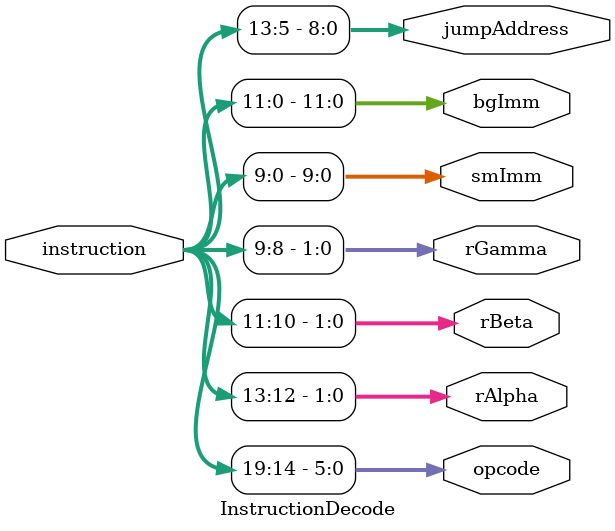
<source format=v>
module InstructionDecode (
    input [INSTRUCTION_SIZE-1:0] instruction,
    output [OP_SIZE-1:0] opcode,
    output [REG_ADDRESS_SIZE-1:0] rAlpha,
    output [REG_ADDRESS_SIZE-1:0] rBeta,
    output [REG_ADDRESS_SIZE-1:0] rGamma,
    output [SMALL_IMMEDIATE_SIZE-1:0] smImm,
    output [BIG_IMMEDIATE_SIZE-1:0] bgImm,
    output [JUMP_ADDRESS_SIZE-1:0] jumpAddress
);
  //must keep consistent with the multicycle
  parameter INSTRUCTION_SIZE = 20;
  parameter OP_SIZE = 6;
  parameter REG_ADDRESS_SIZE = 2;
  parameter SMALL_IMMEDIATE_SIZE = 10;
  parameter BIG_IMMEDIATE_SIZE = 12;
  parameter JUMP_ADDRESS_SIZE = 9;  //left shifted twice


  //opcode decode
  parameter OP_LSB = INSTRUCTION_SIZE - OP_SIZE;
  assign opcode = instruction[INSTRUCTION_SIZE-1:OP_LSB];

  //register decode
  parameter REG_MSB = OP_LSB - 1;
  assign rAlpha = instruction[REG_MSB:REG_MSB-1];
  assign rBeta = instruction[REG_MSB-2:REG_MSB-3];
  assign rGamma = instruction[REG_MSB-4:REG_MSB-5];

  //immediate decode
  assign smImm = instruction[SMALL_IMMEDIATE_SIZE-1:0];
  assign bgImm = instruction[BIG_IMMEDIATE_SIZE-1:0];
  assign jumpAddress = instruction[OP_LSB-1:OP_LSB-JUMP_ADDRESS_SIZE];


  // Instruction format 1: 3 Registers Selections -> Data computation 
  // ASSEMBLY: add  rAlpha, rBeta, rGamma  ; rAlpha = rBeta + rGamma ;
  // opcode | rAlpha  | rBeta  | rGamma  | unused  
  //   6    |    2    |    2   |   2     |   8 

  // Instruction format 2: 2 Register Selections -> 
  // ALU R I Type / Branch  / Load / Store
  // ASSEMBLY: add rAlpha, rBeta imm  ; rAlpha = rBeta + SignExtended(imm) ;
  // ASSEMBLY: branch  rAlpha == rBeta  offset  ; 
  // A==B ->PC=PC+SignExtended(offset2 << 2) ;
  // ASSEMBLY: load rAlpha, rBeta[imm]  ; R[rAlpha] = MEM[R[rBeta] + SignExtended(imm)]
  // ASSEMBLY: store rBeta, rAlpha[imm]  ; MEM[R[rAlpha] + SignExtended(imm)] = R[rBeta]
  // opcode | rAlpha  | rBeta  | immediate/offset (small)  
  //   6    |    2    |    2   |   10     

  // Instruction format 3: Single Register Selection -> Immediate Injection
  // ASSEMBLY:  loadi rAlpha, imm  ; R[rAlpha] = SignExtended(imm);
  // opcode | rAlpha  | immediate/offset (big)  
  //   6    |    2    |   12     

  // Instruction format 3: No Register Selection -> Jump
  // ASSEMBLY: jump addr;
  // opcode |  jumpAddress | unused
  //   6    |       9      |    3



endmodule

</source>
